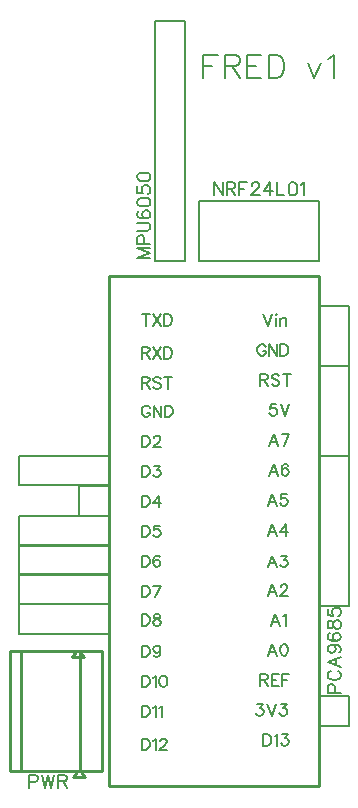
<source format=gto>
G04 Layer: TopSilkscreenLayer*
G04 EasyEDA v6.5.20, 2022-10-25 13:43:38*
G04 7ab05346c3184fb1b1d82cee0c39fc96,2b06a704b0b744f5a7d1a44ad6c904bc,10*
G04 Gerber Generator version 0.2*
G04 Scale: 100 percent, Rotated: No, Reflected: No *
G04 Dimensions in millimeters *
G04 leading zeros omitted , absolute positions ,4 integer and 5 decimal *
%FSLAX45Y45*%
%MOMM*%

%ADD10C,0.2032*%
%ADD11C,0.1524*%
%ADD12C,0.2540*%
%ADD13C,0.2030*%

%LPD*%
D10*
X1200658Y4093971D02*
G01*
X1200658Y3996944D01*
X1168400Y4093971D02*
G01*
X1233170Y4093971D01*
X1263650Y4093971D02*
G01*
X1328165Y3996944D01*
X1328165Y4093971D02*
G01*
X1263650Y3996944D01*
X1358645Y4093971D02*
G01*
X1358645Y3996944D01*
X1358645Y4093971D02*
G01*
X1390904Y4093971D01*
X1404874Y4089400D01*
X1414018Y4080255D01*
X1418590Y4070857D01*
X1423415Y4057142D01*
X1423415Y4034028D01*
X1418590Y4020057D01*
X1414018Y4010913D01*
X1404874Y4001770D01*
X1390904Y3996944D01*
X1358645Y3996944D01*
X2215641Y3816857D02*
G01*
X2211070Y3826255D01*
X2201672Y3835400D01*
X2192527Y3839971D01*
X2173986Y3839971D01*
X2164841Y3835400D01*
X2155443Y3826255D01*
X2150872Y3816857D01*
X2146300Y3803142D01*
X2146300Y3780028D01*
X2150872Y3766057D01*
X2155443Y3756913D01*
X2164841Y3747770D01*
X2173986Y3742944D01*
X2192527Y3742944D01*
X2201672Y3747770D01*
X2211070Y3756913D01*
X2215641Y3766057D01*
X2215641Y3780028D01*
X2192527Y3780028D02*
G01*
X2215641Y3780028D01*
X2246122Y3839971D02*
G01*
X2246122Y3742944D01*
X2246122Y3839971D02*
G01*
X2310638Y3742944D01*
X2310638Y3839971D02*
G01*
X2310638Y3742944D01*
X2341118Y3839971D02*
G01*
X2341118Y3742944D01*
X2341118Y3839971D02*
G01*
X2373629Y3839971D01*
X2387345Y3835400D01*
X2396490Y3826255D01*
X2401315Y3816857D01*
X2405888Y3803142D01*
X2405888Y3780028D01*
X2401315Y3766057D01*
X2396490Y3756913D01*
X2387345Y3747770D01*
X2373629Y3742944D01*
X2341118Y3742944D01*
X2303272Y3331971D02*
G01*
X2257043Y3331971D01*
X2252472Y3290570D01*
X2257043Y3295142D01*
X2271013Y3299713D01*
X2284729Y3299713D01*
X2298700Y3295142D01*
X2307843Y3285744D01*
X2312670Y3272028D01*
X2312670Y3262629D01*
X2307843Y3248913D01*
X2298700Y3239770D01*
X2284729Y3234944D01*
X2271013Y3234944D01*
X2257043Y3239770D01*
X2252472Y3244342D01*
X2247900Y3253486D01*
X2343150Y3331971D02*
G01*
X2379979Y3234944D01*
X2416809Y3331971D02*
G01*
X2379979Y3234944D01*
X1168400Y499871D02*
G01*
X1168400Y402844D01*
X1168400Y499871D02*
G01*
X1200658Y499871D01*
X1214627Y495300D01*
X1223772Y486155D01*
X1228343Y476757D01*
X1233170Y463042D01*
X1233170Y439928D01*
X1228343Y425957D01*
X1223772Y416813D01*
X1214627Y407670D01*
X1200658Y402844D01*
X1168400Y402844D01*
X1263650Y481329D02*
G01*
X1272793Y486155D01*
X1286509Y499871D01*
X1286509Y402844D01*
X1321815Y476757D02*
G01*
X1321815Y481329D01*
X1326388Y490728D01*
X1330959Y495300D01*
X1340104Y499871D01*
X1358645Y499871D01*
X1367790Y495300D01*
X1372615Y490728D01*
X1377188Y481329D01*
X1377188Y472186D01*
X1372615Y463042D01*
X1363218Y449071D01*
X1316990Y402844D01*
X1381759Y402844D01*
X2197100Y4093971D02*
G01*
X2233929Y3996944D01*
X2271013Y4093971D02*
G01*
X2233929Y3996944D01*
X2301493Y4093971D02*
G01*
X2306065Y4089400D01*
X2310638Y4093971D01*
X2306065Y4098544D01*
X2301493Y4093971D01*
X2306065Y4061713D02*
G01*
X2306065Y3996944D01*
X2341118Y4061713D02*
G01*
X2341118Y3996944D01*
X2341118Y4043171D02*
G01*
X2355088Y4057142D01*
X2364231Y4061713D01*
X2378202Y4061713D01*
X2387345Y4057142D01*
X2391918Y4043171D01*
X2391918Y3996944D01*
X2197100Y537971D02*
G01*
X2197100Y440944D01*
X2197100Y537971D02*
G01*
X2229358Y537971D01*
X2243327Y533400D01*
X2252472Y524255D01*
X2257043Y514857D01*
X2261870Y501142D01*
X2261870Y478028D01*
X2257043Y464057D01*
X2252472Y454913D01*
X2243327Y445770D01*
X2229358Y440944D01*
X2197100Y440944D01*
X2292350Y519429D02*
G01*
X2301493Y524255D01*
X2315209Y537971D01*
X2315209Y440944D01*
X2355088Y537971D02*
G01*
X2405888Y537971D01*
X2378202Y501142D01*
X2391918Y501142D01*
X2401315Y496570D01*
X2405888Y491744D01*
X2410459Y478028D01*
X2410459Y468629D01*
X2405888Y454913D01*
X2396490Y445770D01*
X2382774Y440944D01*
X2368804Y440944D01*
X2355088Y445770D01*
X2350515Y450342D01*
X2345690Y459486D01*
X1237741Y3296157D02*
G01*
X1233170Y3305555D01*
X1223772Y3314700D01*
X1214627Y3319271D01*
X1196086Y3319271D01*
X1186941Y3314700D01*
X1177543Y3305555D01*
X1172972Y3296157D01*
X1168400Y3282442D01*
X1168400Y3259328D01*
X1172972Y3245357D01*
X1177543Y3236213D01*
X1186941Y3227070D01*
X1196086Y3222244D01*
X1214627Y3222244D01*
X1223772Y3227070D01*
X1233170Y3236213D01*
X1237741Y3245357D01*
X1237741Y3259328D01*
X1214627Y3259328D02*
G01*
X1237741Y3259328D01*
X1268222Y3319271D02*
G01*
X1268222Y3222244D01*
X1268222Y3319271D02*
G01*
X1332738Y3222244D01*
X1332738Y3319271D02*
G01*
X1332738Y3222244D01*
X1363218Y3319271D02*
G01*
X1363218Y3222244D01*
X1363218Y3319271D02*
G01*
X1395729Y3319271D01*
X1409445Y3314700D01*
X1418590Y3305555D01*
X1423415Y3296157D01*
X1427988Y3282442D01*
X1427988Y3259328D01*
X1423415Y3245357D01*
X1418590Y3236213D01*
X1409445Y3227070D01*
X1395729Y3222244D01*
X1363218Y3222244D01*
X1168400Y3814571D02*
G01*
X1168400Y3717544D01*
X1168400Y3814571D02*
G01*
X1210056Y3814571D01*
X1223772Y3810000D01*
X1228343Y3805428D01*
X1233170Y3796029D01*
X1233170Y3786886D01*
X1228343Y3777742D01*
X1223772Y3773170D01*
X1210056Y3768344D01*
X1168400Y3768344D01*
X1200658Y3768344D02*
G01*
X1233170Y3717544D01*
X1263650Y3814571D02*
G01*
X1328165Y3717544D01*
X1328165Y3814571D02*
G01*
X1263650Y3717544D01*
X1358645Y3814571D02*
G01*
X1358645Y3717544D01*
X1358645Y3814571D02*
G01*
X1390904Y3814571D01*
X1404874Y3810000D01*
X1414018Y3800855D01*
X1418590Y3791457D01*
X1423415Y3777742D01*
X1423415Y3754628D01*
X1418590Y3740657D01*
X1414018Y3731513D01*
X1404874Y3722370D01*
X1390904Y3717544D01*
X1358645Y3717544D01*
X1168400Y3560571D02*
G01*
X1168400Y3463544D01*
X1168400Y3560571D02*
G01*
X1210056Y3560571D01*
X1223772Y3556000D01*
X1228343Y3551428D01*
X1233170Y3542029D01*
X1233170Y3532886D01*
X1228343Y3523742D01*
X1223772Y3519170D01*
X1210056Y3514344D01*
X1168400Y3514344D01*
X1200658Y3514344D02*
G01*
X1233170Y3463544D01*
X1328165Y3546855D02*
G01*
X1319022Y3556000D01*
X1305052Y3560571D01*
X1286509Y3560571D01*
X1272793Y3556000D01*
X1263650Y3546855D01*
X1263650Y3537457D01*
X1268222Y3528313D01*
X1272793Y3523742D01*
X1281938Y3519170D01*
X1309624Y3509771D01*
X1319022Y3505200D01*
X1323593Y3500628D01*
X1328165Y3491229D01*
X1328165Y3477513D01*
X1319022Y3468370D01*
X1305052Y3463544D01*
X1286509Y3463544D01*
X1272793Y3468370D01*
X1263650Y3477513D01*
X1390904Y3560571D02*
G01*
X1390904Y3463544D01*
X1358645Y3560571D02*
G01*
X1423415Y3560571D01*
X1168400Y3065271D02*
G01*
X1168400Y2968244D01*
X1168400Y3065271D02*
G01*
X1200658Y3065271D01*
X1214627Y3060700D01*
X1223772Y3051555D01*
X1228343Y3042157D01*
X1233170Y3028442D01*
X1233170Y3005328D01*
X1228343Y2991357D01*
X1223772Y2982213D01*
X1214627Y2973070D01*
X1200658Y2968244D01*
X1168400Y2968244D01*
X1268222Y3042157D02*
G01*
X1268222Y3046729D01*
X1272793Y3056128D01*
X1277365Y3060700D01*
X1286509Y3065271D01*
X1305052Y3065271D01*
X1314450Y3060700D01*
X1319022Y3056128D01*
X1323593Y3046729D01*
X1323593Y3037586D01*
X1319022Y3028442D01*
X1309624Y3014471D01*
X1263650Y2968244D01*
X1328165Y2968244D01*
X1168400Y2811271D02*
G01*
X1168400Y2714244D01*
X1168400Y2811271D02*
G01*
X1200658Y2811271D01*
X1214627Y2806700D01*
X1223772Y2797555D01*
X1228343Y2788157D01*
X1233170Y2774442D01*
X1233170Y2751328D01*
X1228343Y2737357D01*
X1223772Y2728213D01*
X1214627Y2719070D01*
X1200658Y2714244D01*
X1168400Y2714244D01*
X1272793Y2811271D02*
G01*
X1323593Y2811271D01*
X1295908Y2774442D01*
X1309624Y2774442D01*
X1319022Y2769870D01*
X1323593Y2765044D01*
X1328165Y2751328D01*
X1328165Y2741929D01*
X1323593Y2728213D01*
X1314450Y2719070D01*
X1300479Y2714244D01*
X1286509Y2714244D01*
X1272793Y2719070D01*
X1268222Y2723642D01*
X1263650Y2732786D01*
X1168400Y2557271D02*
G01*
X1168400Y2460244D01*
X1168400Y2557271D02*
G01*
X1200658Y2557271D01*
X1214627Y2552700D01*
X1223772Y2543555D01*
X1228343Y2534157D01*
X1233170Y2520442D01*
X1233170Y2497328D01*
X1228343Y2483357D01*
X1223772Y2474213D01*
X1214627Y2465070D01*
X1200658Y2460244D01*
X1168400Y2460244D01*
X1309624Y2557271D02*
G01*
X1263650Y2492755D01*
X1332738Y2492755D01*
X1309624Y2557271D02*
G01*
X1309624Y2460244D01*
X1168400Y2303271D02*
G01*
X1168400Y2206244D01*
X1168400Y2303271D02*
G01*
X1200658Y2303271D01*
X1214627Y2298700D01*
X1223772Y2289555D01*
X1228343Y2280157D01*
X1233170Y2266442D01*
X1233170Y2243328D01*
X1228343Y2229357D01*
X1223772Y2220213D01*
X1214627Y2211070D01*
X1200658Y2206244D01*
X1168400Y2206244D01*
X1319022Y2303271D02*
G01*
X1272793Y2303271D01*
X1268222Y2261870D01*
X1272793Y2266442D01*
X1286509Y2271013D01*
X1300479Y2271013D01*
X1314450Y2266442D01*
X1323593Y2257044D01*
X1328165Y2243328D01*
X1328165Y2233929D01*
X1323593Y2220213D01*
X1314450Y2211070D01*
X1300479Y2206244D01*
X1286509Y2206244D01*
X1272793Y2211070D01*
X1268222Y2215642D01*
X1263650Y2224786D01*
X1168400Y2049271D02*
G01*
X1168400Y1952244D01*
X1168400Y2049271D02*
G01*
X1200658Y2049271D01*
X1214627Y2044700D01*
X1223772Y2035555D01*
X1228343Y2026157D01*
X1233170Y2012442D01*
X1233170Y1989328D01*
X1228343Y1975357D01*
X1223772Y1966213D01*
X1214627Y1957070D01*
X1200658Y1952244D01*
X1168400Y1952244D01*
X1319022Y2035555D02*
G01*
X1314450Y2044700D01*
X1300479Y2049271D01*
X1291336Y2049271D01*
X1277365Y2044700D01*
X1268222Y2030729D01*
X1263650Y2007870D01*
X1263650Y1984755D01*
X1268222Y1966213D01*
X1277365Y1957070D01*
X1291336Y1952244D01*
X1295908Y1952244D01*
X1309624Y1957070D01*
X1319022Y1966213D01*
X1323593Y1979929D01*
X1323593Y1984755D01*
X1319022Y1998471D01*
X1309624Y2007870D01*
X1295908Y2012442D01*
X1291336Y2012442D01*
X1277365Y2007870D01*
X1268222Y1998471D01*
X1263650Y1984755D01*
X1168400Y1795271D02*
G01*
X1168400Y1698244D01*
X1168400Y1795271D02*
G01*
X1200658Y1795271D01*
X1214627Y1790700D01*
X1223772Y1781555D01*
X1228343Y1772157D01*
X1233170Y1758442D01*
X1233170Y1735328D01*
X1228343Y1721357D01*
X1223772Y1712213D01*
X1214627Y1703070D01*
X1200658Y1698244D01*
X1168400Y1698244D01*
X1328165Y1795271D02*
G01*
X1281938Y1698244D01*
X1263650Y1795271D02*
G01*
X1328165Y1795271D01*
X1168400Y1553971D02*
G01*
X1168400Y1456944D01*
X1168400Y1553971D02*
G01*
X1200658Y1553971D01*
X1214627Y1549400D01*
X1223772Y1540255D01*
X1228343Y1530857D01*
X1233170Y1517142D01*
X1233170Y1494028D01*
X1228343Y1480057D01*
X1223772Y1470913D01*
X1214627Y1461770D01*
X1200658Y1456944D01*
X1168400Y1456944D01*
X1286509Y1553971D02*
G01*
X1272793Y1549400D01*
X1268222Y1540255D01*
X1268222Y1530857D01*
X1272793Y1521713D01*
X1281938Y1517142D01*
X1300479Y1512570D01*
X1314450Y1507744D01*
X1323593Y1498600D01*
X1328165Y1489455D01*
X1328165Y1475486D01*
X1323593Y1466342D01*
X1319022Y1461770D01*
X1305052Y1456944D01*
X1286509Y1456944D01*
X1272793Y1461770D01*
X1268222Y1466342D01*
X1263650Y1475486D01*
X1263650Y1489455D01*
X1268222Y1498600D01*
X1277365Y1507744D01*
X1291336Y1512570D01*
X1309624Y1517142D01*
X1319022Y1521713D01*
X1323593Y1530857D01*
X1323593Y1540255D01*
X1319022Y1549400D01*
X1305052Y1553971D01*
X1286509Y1553971D01*
X1168400Y1287271D02*
G01*
X1168400Y1190244D01*
X1168400Y1287271D02*
G01*
X1200658Y1287271D01*
X1214627Y1282700D01*
X1223772Y1273555D01*
X1228343Y1264157D01*
X1233170Y1250442D01*
X1233170Y1227328D01*
X1228343Y1213357D01*
X1223772Y1204213D01*
X1214627Y1195070D01*
X1200658Y1190244D01*
X1168400Y1190244D01*
X1323593Y1255013D02*
G01*
X1319022Y1241044D01*
X1309624Y1231900D01*
X1295908Y1227328D01*
X1291336Y1227328D01*
X1277365Y1231900D01*
X1268222Y1241044D01*
X1263650Y1255013D01*
X1263650Y1259586D01*
X1268222Y1273555D01*
X1277365Y1282700D01*
X1291336Y1287271D01*
X1295908Y1287271D01*
X1309624Y1282700D01*
X1319022Y1273555D01*
X1323593Y1255013D01*
X1323593Y1231900D01*
X1319022Y1208786D01*
X1309624Y1195070D01*
X1295908Y1190244D01*
X1286509Y1190244D01*
X1272793Y1195070D01*
X1268222Y1204213D01*
X1168400Y1033271D02*
G01*
X1168400Y936244D01*
X1168400Y1033271D02*
G01*
X1200658Y1033271D01*
X1214627Y1028700D01*
X1223772Y1019555D01*
X1228343Y1010157D01*
X1233170Y996442D01*
X1233170Y973328D01*
X1228343Y959357D01*
X1223772Y950213D01*
X1214627Y941070D01*
X1200658Y936244D01*
X1168400Y936244D01*
X1263650Y1014729D02*
G01*
X1272793Y1019555D01*
X1286509Y1033271D01*
X1286509Y936244D01*
X1344929Y1033271D02*
G01*
X1330959Y1028700D01*
X1321815Y1014729D01*
X1316990Y991870D01*
X1316990Y977900D01*
X1321815Y954786D01*
X1330959Y941070D01*
X1344929Y936244D01*
X1354074Y936244D01*
X1367790Y941070D01*
X1377188Y954786D01*
X1381759Y977900D01*
X1381759Y991870D01*
X1377188Y1014729D01*
X1367790Y1028700D01*
X1354074Y1033271D01*
X1344929Y1033271D01*
X1168400Y779271D02*
G01*
X1168400Y682244D01*
X1168400Y779271D02*
G01*
X1200658Y779271D01*
X1214627Y774700D01*
X1223772Y765555D01*
X1228343Y756157D01*
X1233170Y742442D01*
X1233170Y719328D01*
X1228343Y705357D01*
X1223772Y696213D01*
X1214627Y687070D01*
X1200658Y682244D01*
X1168400Y682244D01*
X1263650Y760729D02*
G01*
X1272793Y765555D01*
X1286509Y779271D01*
X1286509Y682244D01*
X1316990Y760729D02*
G01*
X1326388Y765555D01*
X1340104Y779271D01*
X1340104Y682244D01*
X2142743Y791971D02*
G01*
X2193543Y791971D01*
X2165858Y755142D01*
X2179827Y755142D01*
X2188972Y750570D01*
X2193543Y745744D01*
X2198370Y732028D01*
X2198370Y722629D01*
X2193543Y708913D01*
X2184400Y699770D01*
X2170429Y694944D01*
X2156713Y694944D01*
X2142743Y699770D01*
X2138172Y704342D01*
X2133600Y713486D01*
X2228850Y791971D02*
G01*
X2265679Y694944D01*
X2302509Y791971D02*
G01*
X2265679Y694944D01*
X2342388Y791971D02*
G01*
X2393188Y791971D01*
X2365502Y755142D01*
X2379218Y755142D01*
X2388615Y750570D01*
X2393188Y745744D01*
X2397759Y732028D01*
X2397759Y722629D01*
X2393188Y708913D01*
X2383790Y699770D01*
X2370074Y694944D01*
X2356104Y694944D01*
X2342388Y699770D01*
X2337815Y704342D01*
X2332990Y713486D01*
X2171700Y1045971D02*
G01*
X2171700Y948944D01*
X2171700Y1045971D02*
G01*
X2213356Y1045971D01*
X2227072Y1041400D01*
X2231643Y1036828D01*
X2236470Y1027429D01*
X2236470Y1018286D01*
X2231643Y1009142D01*
X2227072Y1004570D01*
X2213356Y999744D01*
X2171700Y999744D01*
X2203958Y999744D02*
G01*
X2236470Y948944D01*
X2266950Y1045971D02*
G01*
X2266950Y948944D01*
X2266950Y1045971D02*
G01*
X2326893Y1045971D01*
X2266950Y999744D02*
G01*
X2303779Y999744D01*
X2266950Y948944D02*
G01*
X2326893Y948944D01*
X2357374Y1045971D02*
G01*
X2357374Y948944D01*
X2357374Y1045971D02*
G01*
X2417318Y1045971D01*
X2357374Y999744D02*
G01*
X2394204Y999744D01*
X2272029Y1299971D02*
G01*
X2235200Y1202944D01*
X2272029Y1299971D02*
G01*
X2309113Y1202944D01*
X2249170Y1235455D02*
G01*
X2295143Y1235455D01*
X2367279Y1299971D02*
G01*
X2353309Y1295400D01*
X2344165Y1281429D01*
X2339593Y1258570D01*
X2339593Y1244600D01*
X2344165Y1221486D01*
X2353309Y1207770D01*
X2367279Y1202944D01*
X2376424Y1202944D01*
X2390393Y1207770D01*
X2399538Y1221486D01*
X2404109Y1244600D01*
X2404109Y1258570D01*
X2399538Y1281429D01*
X2390393Y1295400D01*
X2376424Y1299971D01*
X2367279Y1299971D01*
X2297429Y1553971D02*
G01*
X2260600Y1456944D01*
X2297429Y1553971D02*
G01*
X2334513Y1456944D01*
X2274570Y1489455D02*
G01*
X2320543Y1489455D01*
X2364993Y1535429D02*
G01*
X2374138Y1540255D01*
X2388108Y1553971D01*
X2388108Y1456944D01*
X2272029Y1807971D02*
G01*
X2235200Y1710944D01*
X2272029Y1807971D02*
G01*
X2309113Y1710944D01*
X2249170Y1743455D02*
G01*
X2295143Y1743455D01*
X2344165Y1784857D02*
G01*
X2344165Y1789429D01*
X2348738Y1798828D01*
X2353309Y1803400D01*
X2362708Y1807971D01*
X2381250Y1807971D01*
X2390393Y1803400D01*
X2394965Y1798828D01*
X2399538Y1789429D01*
X2399538Y1780286D01*
X2394965Y1771142D01*
X2385822Y1757171D01*
X2339593Y1710944D01*
X2404109Y1710944D01*
X2272029Y2049271D02*
G01*
X2235200Y1952244D01*
X2272029Y2049271D02*
G01*
X2309113Y1952244D01*
X2249170Y1984755D02*
G01*
X2295143Y1984755D01*
X2348738Y2049271D02*
G01*
X2399538Y2049271D01*
X2371852Y2012442D01*
X2385822Y2012442D01*
X2394965Y2007870D01*
X2399538Y2003044D01*
X2404109Y1989328D01*
X2404109Y1979929D01*
X2399538Y1966213D01*
X2390393Y1957070D01*
X2376424Y1952244D01*
X2362708Y1952244D01*
X2348738Y1957070D01*
X2344165Y1961642D01*
X2339593Y1970786D01*
X2272029Y2315971D02*
G01*
X2235200Y2218944D01*
X2272029Y2315971D02*
G01*
X2309113Y2218944D01*
X2249170Y2251455D02*
G01*
X2295143Y2251455D01*
X2385822Y2315971D02*
G01*
X2339593Y2251455D01*
X2408936Y2251455D01*
X2385822Y2315971D02*
G01*
X2385822Y2218944D01*
X2272029Y2569971D02*
G01*
X2235200Y2472944D01*
X2272029Y2569971D02*
G01*
X2309113Y2472944D01*
X2249170Y2505455D02*
G01*
X2295143Y2505455D01*
X2394965Y2569971D02*
G01*
X2348738Y2569971D01*
X2344165Y2528570D01*
X2348738Y2533142D01*
X2362708Y2537713D01*
X2376424Y2537713D01*
X2390393Y2533142D01*
X2399538Y2523744D01*
X2404109Y2510028D01*
X2404109Y2500629D01*
X2399538Y2486913D01*
X2390393Y2477770D01*
X2376424Y2472944D01*
X2362708Y2472944D01*
X2348738Y2477770D01*
X2344165Y2482342D01*
X2339593Y2491486D01*
X2284729Y2823971D02*
G01*
X2247900Y2726944D01*
X2284729Y2823971D02*
G01*
X2321813Y2726944D01*
X2261870Y2759455D02*
G01*
X2307843Y2759455D01*
X2407665Y2810255D02*
G01*
X2403093Y2819400D01*
X2389124Y2823971D01*
X2379979Y2823971D01*
X2366009Y2819400D01*
X2356865Y2805429D01*
X2352293Y2782570D01*
X2352293Y2759455D01*
X2356865Y2740913D01*
X2366009Y2731770D01*
X2379979Y2726944D01*
X2384552Y2726944D01*
X2398522Y2731770D01*
X2407665Y2740913D01*
X2412238Y2754629D01*
X2412238Y2759455D01*
X2407665Y2773171D01*
X2398522Y2782570D01*
X2384552Y2787142D01*
X2379979Y2787142D01*
X2366009Y2782570D01*
X2356865Y2773171D01*
X2352293Y2759455D01*
X2284729Y3077971D02*
G01*
X2247900Y2980944D01*
X2284729Y3077971D02*
G01*
X2321813Y2980944D01*
X2261870Y3013455D02*
G01*
X2307843Y3013455D01*
X2416809Y3077971D02*
G01*
X2370836Y2980944D01*
X2352293Y3077971D02*
G01*
X2416809Y3077971D01*
X2171700Y3585971D02*
G01*
X2171700Y3488944D01*
X2171700Y3585971D02*
G01*
X2213356Y3585971D01*
X2227072Y3581400D01*
X2231643Y3576828D01*
X2236470Y3567429D01*
X2236470Y3558286D01*
X2231643Y3549142D01*
X2227072Y3544570D01*
X2213356Y3539744D01*
X2171700Y3539744D01*
X2203958Y3539744D02*
G01*
X2236470Y3488944D01*
X2331465Y3572255D02*
G01*
X2322322Y3581400D01*
X2308352Y3585971D01*
X2289809Y3585971D01*
X2276093Y3581400D01*
X2266950Y3572255D01*
X2266950Y3562857D01*
X2271522Y3553713D01*
X2276093Y3549142D01*
X2285238Y3544570D01*
X2312924Y3535171D01*
X2322322Y3530600D01*
X2326893Y3526028D01*
X2331465Y3516629D01*
X2331465Y3502913D01*
X2322322Y3493770D01*
X2308352Y3488944D01*
X2289809Y3488944D01*
X2276093Y3493770D01*
X2266950Y3502913D01*
X2394204Y3585971D02*
G01*
X2394204Y3488944D01*
X2361945Y3585971D02*
G01*
X2426715Y3585971D01*
X1689100Y6288278D02*
G01*
X1689100Y6094476D01*
X1689100Y6288278D02*
G01*
X1809241Y6288278D01*
X1689100Y6196076D02*
G01*
X1763013Y6196076D01*
X1870202Y6288278D02*
G01*
X1870202Y6094476D01*
X1870202Y6288278D02*
G01*
X1953259Y6288278D01*
X1980945Y6279134D01*
X1990090Y6269989D01*
X1999488Y6251447D01*
X1999488Y6232905D01*
X1990090Y6214363D01*
X1980945Y6205220D01*
X1953259Y6196076D01*
X1870202Y6196076D01*
X1934718Y6196076D02*
G01*
X1999488Y6094476D01*
X2060447Y6288278D02*
G01*
X2060447Y6094476D01*
X2060447Y6288278D02*
G01*
X2180590Y6288278D01*
X2060447Y6196076D02*
G01*
X2134361Y6196076D01*
X2060447Y6094476D02*
G01*
X2180590Y6094476D01*
X2241550Y6288278D02*
G01*
X2241550Y6094476D01*
X2241550Y6288278D02*
G01*
X2306065Y6288278D01*
X2333752Y6279134D01*
X2352293Y6260592D01*
X2361438Y6242050D01*
X2370836Y6214363D01*
X2370836Y6168389D01*
X2361438Y6140450D01*
X2352293Y6122162D01*
X2333752Y6103620D01*
X2306065Y6094476D01*
X2241550Y6094476D01*
X2574036Y6223762D02*
G01*
X2629408Y6094476D01*
X2684779Y6223762D02*
G01*
X2629408Y6094476D01*
X2745740Y6251447D02*
G01*
X2764281Y6260592D01*
X2791968Y6288278D01*
X2791968Y6094476D01*
D11*
X215900Y191515D02*
G01*
X215900Y82550D01*
X215900Y191515D02*
G01*
X262636Y191515D01*
X278129Y186436D01*
X283463Y181102D01*
X288543Y170687D01*
X288543Y155194D01*
X283463Y144779D01*
X278129Y139700D01*
X262636Y134365D01*
X215900Y134365D01*
X322834Y191515D02*
G01*
X348995Y82550D01*
X374904Y191515D02*
G01*
X348995Y82550D01*
X374904Y191515D02*
G01*
X400811Y82550D01*
X426720Y191515D02*
G01*
X400811Y82550D01*
X461009Y191515D02*
G01*
X461009Y82550D01*
X461009Y191515D02*
G01*
X508000Y191515D01*
X523493Y186436D01*
X528574Y181102D01*
X533908Y170687D01*
X533908Y160273D01*
X528574Y149860D01*
X523493Y144779D01*
X508000Y139700D01*
X461009Y139700D01*
X497586Y139700D02*
G01*
X533908Y82550D01*
X1778000Y5208015D02*
G01*
X1778000Y5099050D01*
X1778000Y5208015D02*
G01*
X1850643Y5099050D01*
X1850643Y5208015D02*
G01*
X1850643Y5099050D01*
X1884934Y5208015D02*
G01*
X1884934Y5099050D01*
X1884934Y5208015D02*
G01*
X1931670Y5208015D01*
X1947418Y5202936D01*
X1952497Y5197602D01*
X1957831Y5187187D01*
X1957831Y5176773D01*
X1952497Y5166360D01*
X1947418Y5161279D01*
X1931670Y5156200D01*
X1884934Y5156200D01*
X1921509Y5156200D02*
G01*
X1957831Y5099050D01*
X1992122Y5208015D02*
G01*
X1992122Y5099050D01*
X1992122Y5208015D02*
G01*
X2059686Y5208015D01*
X1992122Y5156200D02*
G01*
X2033524Y5156200D01*
X2099056Y5182107D02*
G01*
X2099056Y5187187D01*
X2104390Y5197602D01*
X2109470Y5202936D01*
X2119884Y5208015D01*
X2140711Y5208015D01*
X2151125Y5202936D01*
X2156206Y5197602D01*
X2161540Y5187187D01*
X2161540Y5176773D01*
X2156206Y5166360D01*
X2145791Y5150865D01*
X2093975Y5099050D01*
X2166620Y5099050D01*
X2252979Y5208015D02*
G01*
X2200909Y5135371D01*
X2278888Y5135371D01*
X2252979Y5208015D02*
G01*
X2252979Y5099050D01*
X2313177Y5208015D02*
G01*
X2313177Y5099050D01*
X2313177Y5099050D02*
G01*
X2375408Y5099050D01*
X2440940Y5208015D02*
G01*
X2425445Y5202936D01*
X2415031Y5187187D01*
X2409697Y5161279D01*
X2409697Y5145786D01*
X2415031Y5119623D01*
X2425445Y5104129D01*
X2440940Y5099050D01*
X2451354Y5099050D01*
X2466847Y5104129D01*
X2477261Y5119623D01*
X2482595Y5145786D01*
X2482595Y5161279D01*
X2477261Y5187187D01*
X2466847Y5202936D01*
X2451354Y5208015D01*
X2440940Y5208015D01*
X2516886Y5187187D02*
G01*
X2527300Y5192521D01*
X2542793Y5208015D01*
X2542793Y5099050D01*
X1129284Y4572000D02*
G01*
X1238250Y4572000D01*
X1129284Y4572000D02*
G01*
X1238250Y4613655D01*
X1129284Y4655057D02*
G01*
X1238250Y4613655D01*
X1129284Y4655057D02*
G01*
X1238250Y4655057D01*
X1129284Y4689347D02*
G01*
X1238250Y4689347D01*
X1129284Y4689347D02*
G01*
X1129284Y4736084D01*
X1134363Y4751831D01*
X1139697Y4756912D01*
X1150111Y4762245D01*
X1165606Y4762245D01*
X1176020Y4756912D01*
X1181100Y4751831D01*
X1186434Y4736084D01*
X1186434Y4689347D01*
X1129284Y4796536D02*
G01*
X1207261Y4796536D01*
X1222756Y4801615D01*
X1233170Y4812029D01*
X1238250Y4827523D01*
X1238250Y4837937D01*
X1233170Y4853686D01*
X1222756Y4864100D01*
X1207261Y4869179D01*
X1129284Y4869179D01*
X1144777Y4965700D02*
G01*
X1134363Y4960620D01*
X1129284Y4945126D01*
X1129284Y4934712D01*
X1134363Y4918963D01*
X1150111Y4908550D01*
X1176020Y4903470D01*
X1201927Y4903470D01*
X1222756Y4908550D01*
X1233170Y4918963D01*
X1238250Y4934712D01*
X1238250Y4939792D01*
X1233170Y4955539D01*
X1222756Y4965700D01*
X1207261Y4971034D01*
X1201927Y4971034D01*
X1186434Y4965700D01*
X1176020Y4955539D01*
X1170940Y4939792D01*
X1170940Y4934712D01*
X1176020Y4918963D01*
X1186434Y4908550D01*
X1201927Y4903470D01*
X1129284Y5036565D02*
G01*
X1134363Y5020818D01*
X1150111Y5010404D01*
X1176020Y5005323D01*
X1191513Y5005323D01*
X1217675Y5010404D01*
X1233170Y5020818D01*
X1238250Y5036565D01*
X1238250Y5046979D01*
X1233170Y5062473D01*
X1217675Y5072887D01*
X1191513Y5077968D01*
X1176020Y5077968D01*
X1150111Y5072887D01*
X1134363Y5062473D01*
X1129284Y5046979D01*
X1129284Y5036565D01*
X1129284Y5174742D02*
G01*
X1129284Y5122671D01*
X1176020Y5117592D01*
X1170940Y5122671D01*
X1165606Y5138420D01*
X1165606Y5153913D01*
X1170940Y5169407D01*
X1181100Y5179821D01*
X1196847Y5185155D01*
X1207261Y5185155D01*
X1222756Y5179821D01*
X1233170Y5169407D01*
X1238250Y5153913D01*
X1238250Y5138420D01*
X1233170Y5122671D01*
X1228090Y5117592D01*
X1217675Y5112257D01*
X1129284Y5250434D02*
G01*
X1134363Y5234939D01*
X1150111Y5224526D01*
X1176020Y5219445D01*
X1191513Y5219445D01*
X1217675Y5224526D01*
X1233170Y5234939D01*
X1238250Y5250434D01*
X1238250Y5260847D01*
X1233170Y5276595D01*
X1217675Y5287010D01*
X1191513Y5292089D01*
X1176020Y5292089D01*
X1150111Y5287010D01*
X1134363Y5276595D01*
X1129284Y5260847D01*
X1129284Y5250434D01*
X2742184Y889000D02*
G01*
X2851150Y889000D01*
X2742184Y889000D02*
G01*
X2742184Y935736D01*
X2747263Y951229D01*
X2752597Y956563D01*
X2763011Y961644D01*
X2778506Y961644D01*
X2788920Y956563D01*
X2794000Y951229D01*
X2799334Y935736D01*
X2799334Y889000D01*
X2768091Y1073912D02*
G01*
X2757677Y1068831D01*
X2747263Y1058418D01*
X2742184Y1048004D01*
X2742184Y1027176D01*
X2747263Y1016762D01*
X2757677Y1006347D01*
X2768091Y1001268D01*
X2783840Y995934D01*
X2809747Y995934D01*
X2825241Y1001268D01*
X2835656Y1006347D01*
X2846070Y1016762D01*
X2851150Y1027176D01*
X2851150Y1048004D01*
X2846070Y1058418D01*
X2835656Y1068831D01*
X2825241Y1073912D01*
X2742184Y1149857D02*
G01*
X2851150Y1108202D01*
X2742184Y1149857D02*
G01*
X2851150Y1191260D01*
X2814827Y1123950D02*
G01*
X2814827Y1175765D01*
X2778506Y1293113D02*
G01*
X2794000Y1288034D01*
X2804413Y1277620D01*
X2809747Y1262126D01*
X2809747Y1256792D01*
X2804413Y1241297D01*
X2794000Y1230884D01*
X2778506Y1225550D01*
X2773425Y1225550D01*
X2757677Y1230884D01*
X2747263Y1241297D01*
X2742184Y1256792D01*
X2742184Y1262126D01*
X2747263Y1277620D01*
X2757677Y1288034D01*
X2778506Y1293113D01*
X2804413Y1293113D01*
X2830575Y1288034D01*
X2846070Y1277620D01*
X2851150Y1262126D01*
X2851150Y1251712D01*
X2846070Y1235963D01*
X2835656Y1230884D01*
X2757677Y1389887D02*
G01*
X2747263Y1384554D01*
X2742184Y1369060D01*
X2742184Y1358645D01*
X2747263Y1343152D01*
X2763011Y1332737D01*
X2788920Y1327404D01*
X2814827Y1327404D01*
X2835656Y1332737D01*
X2846070Y1343152D01*
X2851150Y1358645D01*
X2851150Y1363979D01*
X2846070Y1379473D01*
X2835656Y1389887D01*
X2820161Y1394968D01*
X2814827Y1394968D01*
X2799334Y1389887D01*
X2788920Y1379473D01*
X2783840Y1363979D01*
X2783840Y1358645D01*
X2788920Y1343152D01*
X2799334Y1332737D01*
X2814827Y1327404D01*
X2742184Y1455420D02*
G01*
X2747263Y1439671D01*
X2757677Y1434592D01*
X2768091Y1434592D01*
X2778506Y1439671D01*
X2783840Y1450086D01*
X2788920Y1470913D01*
X2794000Y1486407D01*
X2804413Y1496821D01*
X2814827Y1502155D01*
X2830575Y1502155D01*
X2840990Y1496821D01*
X2846070Y1491742D01*
X2851150Y1475994D01*
X2851150Y1455420D01*
X2846070Y1439671D01*
X2840990Y1434592D01*
X2830575Y1429257D01*
X2814827Y1429257D01*
X2804413Y1434592D01*
X2794000Y1445005D01*
X2788920Y1460500D01*
X2783840Y1481328D01*
X2778506Y1491742D01*
X2768091Y1496821D01*
X2757677Y1496821D01*
X2747263Y1491742D01*
X2742184Y1475994D01*
X2742184Y1455420D01*
X2742184Y1598676D02*
G01*
X2742184Y1546860D01*
X2788920Y1541526D01*
X2783840Y1546860D01*
X2778506Y1562354D01*
X2778506Y1577847D01*
X2783840Y1593595D01*
X2794000Y1604010D01*
X2809747Y1609089D01*
X2820161Y1609089D01*
X2835656Y1604010D01*
X2846070Y1593595D01*
X2851150Y1577847D01*
X2851150Y1562354D01*
X2846070Y1546860D01*
X2840990Y1541526D01*
X2830575Y1536445D01*
D12*
X889000Y101600D02*
G01*
X2667000Y101600D01*
X2667000Y4419600D02*
G01*
X889000Y4419600D01*
X889000Y4419600D02*
G01*
X889000Y101600D01*
X2667000Y101600D02*
G01*
X2667000Y4419600D01*
D10*
X317500Y1892300D02*
G01*
X127000Y1892300D01*
X127000Y1638300D01*
X889000Y1638300D01*
X889000Y1892300D01*
D13*
X889000Y1892300D02*
G01*
X317500Y1892300D01*
D10*
X317500Y1638300D02*
G01*
X127000Y1638300D01*
X127000Y1384300D01*
X889000Y1384300D01*
X889000Y1638300D01*
D13*
X889000Y1638300D02*
G01*
X317500Y1638300D01*
D10*
X2921000Y609600D02*
G01*
X2667000Y609600D01*
X2667000Y863600D01*
X2921000Y863600D01*
X2921000Y673100D01*
D13*
X2921000Y609600D02*
G01*
X2921000Y673100D01*
D10*
X889000Y2387600D02*
G01*
X635000Y2387600D01*
X635000Y2641600D01*
X889000Y2641600D01*
X889000Y2451100D01*
D13*
X889000Y2387600D02*
G01*
X889000Y2451100D01*
X2921000Y3657600D02*
G01*
X2921000Y3975100D01*
D10*
X2921000Y3657600D02*
G01*
X2667000Y3657600D01*
X2667000Y4165600D01*
X2921000Y4165600D01*
X2921000Y3975100D01*
X2921000Y3467100D02*
G01*
X2921000Y3657600D01*
X2667000Y3657600D01*
X2667000Y2895600D01*
X2921000Y2895600D01*
D13*
X2921000Y2895600D02*
G01*
X2921000Y3467100D01*
D12*
X51798Y228600D02*
G01*
X51800Y1244600D01*
X51798Y1244600D02*
G01*
X831799Y1244600D01*
X831799Y228600D02*
G01*
X51800Y228600D01*
X831799Y1244600D02*
G01*
X831799Y228600D01*
X647700Y228600D02*
G01*
X647700Y1244600D01*
X144134Y228600D02*
G01*
X144134Y1244600D01*
X606958Y228600D02*
G01*
X606958Y200558D01*
X584200Y177800D01*
X685800Y177800D01*
X660400Y203200D01*
X660400Y215900D01*
X596900Y1216558D02*
G01*
X574141Y1193800D01*
X675741Y1193800D01*
X650341Y1219200D01*
X648456Y1244600D01*
X599541Y1219200D02*
G01*
X597656Y1244600D01*
D10*
X635000Y2895600D02*
G01*
X889000Y2895600D01*
X889000Y2644139D01*
X127000Y2644139D01*
X127000Y2895600D01*
X635000Y2895600D01*
X635000Y2387600D02*
G01*
X889000Y2387600D01*
X889000Y2136139D01*
X127000Y2136139D01*
X127000Y2387600D01*
X635000Y2387600D01*
X635000Y2133600D02*
G01*
X889000Y2133600D01*
X889000Y1882139D01*
X127000Y1882139D01*
X127000Y2133600D01*
X635000Y2133600D01*
X1651000Y5054600D02*
G01*
X1651000Y4546600D01*
X2667000Y4546600D01*
X2667000Y5054600D01*
X1651000Y5054600D01*
X1282700Y6578600D02*
G01*
X1536700Y6578600D01*
X1536700Y4546600D01*
X1282700Y4546600D01*
X1282700Y4737100D01*
D13*
X1282700Y6578600D02*
G01*
X1282700Y4737100D01*
D10*
X2921000Y2705100D02*
G01*
X2921000Y2895600D01*
X2667000Y2895600D01*
X2667000Y1625600D01*
X2921000Y1625600D01*
D13*
X2921000Y1625600D02*
G01*
X2921000Y2705100D01*
M02*

</source>
